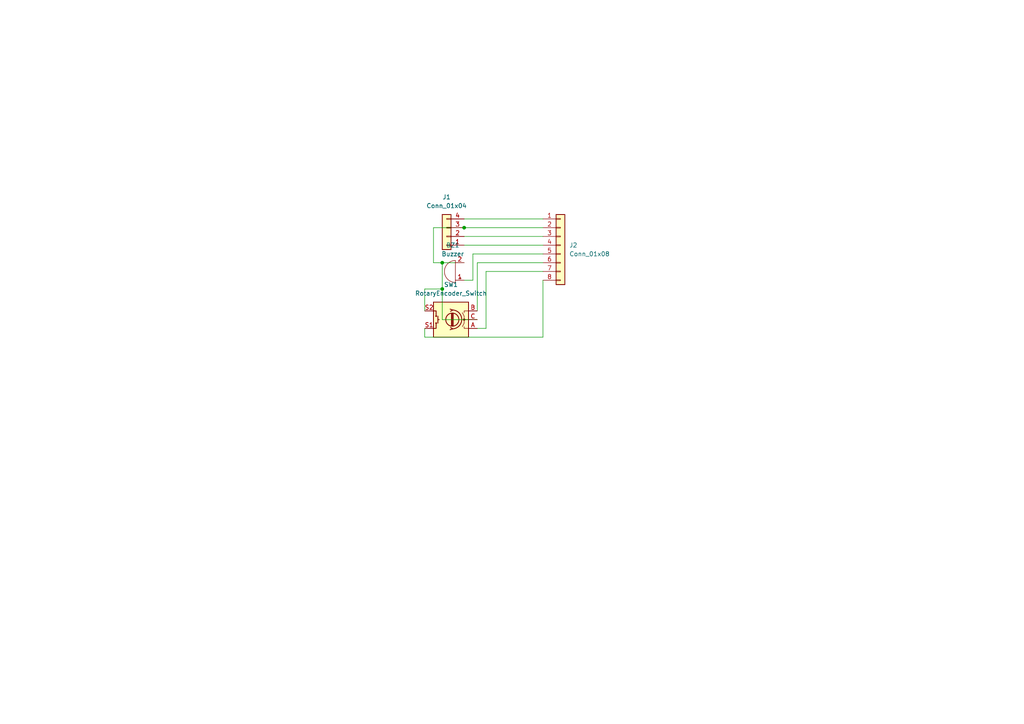
<source format=kicad_sch>
(kicad_sch
	(version 20250114)
	(generator "eeschema")
	(generator_version "9.0")
	(uuid "0feee788-ffea-4034-9d35-0a03a58d90b0")
	(paper "A4")
	(lib_symbols
		(symbol "Connector_Generic:Conn_01x04"
			(pin_names
				(offset 1.016)
				(hide yes)
			)
			(exclude_from_sim no)
			(in_bom yes)
			(on_board yes)
			(property "Reference" "J"
				(at 0 5.08 0)
				(effects
					(font
						(size 1.27 1.27)
					)
				)
			)
			(property "Value" "Conn_01x04"
				(at 0 -7.62 0)
				(effects
					(font
						(size 1.27 1.27)
					)
				)
			)
			(property "Footprint" ""
				(at 0 0 0)
				(effects
					(font
						(size 1.27 1.27)
					)
					(hide yes)
				)
			)
			(property "Datasheet" "~"
				(at 0 0 0)
				(effects
					(font
						(size 1.27 1.27)
					)
					(hide yes)
				)
			)
			(property "Description" "Generic connector, single row, 01x04, script generated (kicad-library-utils/schlib/autogen/connector/)"
				(at 0 0 0)
				(effects
					(font
						(size 1.27 1.27)
					)
					(hide yes)
				)
			)
			(property "ki_keywords" "connector"
				(at 0 0 0)
				(effects
					(font
						(size 1.27 1.27)
					)
					(hide yes)
				)
			)
			(property "ki_fp_filters" "Connector*:*_1x??_*"
				(at 0 0 0)
				(effects
					(font
						(size 1.27 1.27)
					)
					(hide yes)
				)
			)
			(symbol "Conn_01x04_1_1"
				(rectangle
					(start -1.27 3.81)
					(end 1.27 -6.35)
					(stroke
						(width 0.254)
						(type default)
					)
					(fill
						(type background)
					)
				)
				(rectangle
					(start -1.27 2.667)
					(end 0 2.413)
					(stroke
						(width 0.1524)
						(type default)
					)
					(fill
						(type none)
					)
				)
				(rectangle
					(start -1.27 0.127)
					(end 0 -0.127)
					(stroke
						(width 0.1524)
						(type default)
					)
					(fill
						(type none)
					)
				)
				(rectangle
					(start -1.27 -2.413)
					(end 0 -2.667)
					(stroke
						(width 0.1524)
						(type default)
					)
					(fill
						(type none)
					)
				)
				(rectangle
					(start -1.27 -4.953)
					(end 0 -5.207)
					(stroke
						(width 0.1524)
						(type default)
					)
					(fill
						(type none)
					)
				)
				(pin passive line
					(at -5.08 2.54 0)
					(length 3.81)
					(name "Pin_1"
						(effects
							(font
								(size 1.27 1.27)
							)
						)
					)
					(number "1"
						(effects
							(font
								(size 1.27 1.27)
							)
						)
					)
				)
				(pin passive line
					(at -5.08 0 0)
					(length 3.81)
					(name "Pin_2"
						(effects
							(font
								(size 1.27 1.27)
							)
						)
					)
					(number "2"
						(effects
							(font
								(size 1.27 1.27)
							)
						)
					)
				)
				(pin passive line
					(at -5.08 -2.54 0)
					(length 3.81)
					(name "Pin_3"
						(effects
							(font
								(size 1.27 1.27)
							)
						)
					)
					(number "3"
						(effects
							(font
								(size 1.27 1.27)
							)
						)
					)
				)
				(pin passive line
					(at -5.08 -5.08 0)
					(length 3.81)
					(name "Pin_4"
						(effects
							(font
								(size 1.27 1.27)
							)
						)
					)
					(number "4"
						(effects
							(font
								(size 1.27 1.27)
							)
						)
					)
				)
			)
			(embedded_fonts no)
		)
		(symbol "Connector_Generic:Conn_01x08"
			(pin_names
				(offset 1.016)
				(hide yes)
			)
			(exclude_from_sim no)
			(in_bom yes)
			(on_board yes)
			(property "Reference" "J"
				(at 0 10.16 0)
				(effects
					(font
						(size 1.27 1.27)
					)
				)
			)
			(property "Value" "Conn_01x08"
				(at 0 -12.7 0)
				(effects
					(font
						(size 1.27 1.27)
					)
				)
			)
			(property "Footprint" ""
				(at 0 0 0)
				(effects
					(font
						(size 1.27 1.27)
					)
					(hide yes)
				)
			)
			(property "Datasheet" "~"
				(at 0 0 0)
				(effects
					(font
						(size 1.27 1.27)
					)
					(hide yes)
				)
			)
			(property "Description" "Generic connector, single row, 01x08, script generated (kicad-library-utils/schlib/autogen/connector/)"
				(at 0 0 0)
				(effects
					(font
						(size 1.27 1.27)
					)
					(hide yes)
				)
			)
			(property "ki_keywords" "connector"
				(at 0 0 0)
				(effects
					(font
						(size 1.27 1.27)
					)
					(hide yes)
				)
			)
			(property "ki_fp_filters" "Connector*:*_1x??_*"
				(at 0 0 0)
				(effects
					(font
						(size 1.27 1.27)
					)
					(hide yes)
				)
			)
			(symbol "Conn_01x08_1_1"
				(rectangle
					(start -1.27 8.89)
					(end 1.27 -11.43)
					(stroke
						(width 0.254)
						(type default)
					)
					(fill
						(type background)
					)
				)
				(rectangle
					(start -1.27 7.747)
					(end 0 7.493)
					(stroke
						(width 0.1524)
						(type default)
					)
					(fill
						(type none)
					)
				)
				(rectangle
					(start -1.27 5.207)
					(end 0 4.953)
					(stroke
						(width 0.1524)
						(type default)
					)
					(fill
						(type none)
					)
				)
				(rectangle
					(start -1.27 2.667)
					(end 0 2.413)
					(stroke
						(width 0.1524)
						(type default)
					)
					(fill
						(type none)
					)
				)
				(rectangle
					(start -1.27 0.127)
					(end 0 -0.127)
					(stroke
						(width 0.1524)
						(type default)
					)
					(fill
						(type none)
					)
				)
				(rectangle
					(start -1.27 -2.413)
					(end 0 -2.667)
					(stroke
						(width 0.1524)
						(type default)
					)
					(fill
						(type none)
					)
				)
				(rectangle
					(start -1.27 -4.953)
					(end 0 -5.207)
					(stroke
						(width 0.1524)
						(type default)
					)
					(fill
						(type none)
					)
				)
				(rectangle
					(start -1.27 -7.493)
					(end 0 -7.747)
					(stroke
						(width 0.1524)
						(type default)
					)
					(fill
						(type none)
					)
				)
				(rectangle
					(start -1.27 -10.033)
					(end 0 -10.287)
					(stroke
						(width 0.1524)
						(type default)
					)
					(fill
						(type none)
					)
				)
				(pin passive line
					(at -5.08 7.62 0)
					(length 3.81)
					(name "Pin_1"
						(effects
							(font
								(size 1.27 1.27)
							)
						)
					)
					(number "1"
						(effects
							(font
								(size 1.27 1.27)
							)
						)
					)
				)
				(pin passive line
					(at -5.08 5.08 0)
					(length 3.81)
					(name "Pin_2"
						(effects
							(font
								(size 1.27 1.27)
							)
						)
					)
					(number "2"
						(effects
							(font
								(size 1.27 1.27)
							)
						)
					)
				)
				(pin passive line
					(at -5.08 2.54 0)
					(length 3.81)
					(name "Pin_3"
						(effects
							(font
								(size 1.27 1.27)
							)
						)
					)
					(number "3"
						(effects
							(font
								(size 1.27 1.27)
							)
						)
					)
				)
				(pin passive line
					(at -5.08 0 0)
					(length 3.81)
					(name "Pin_4"
						(effects
							(font
								(size 1.27 1.27)
							)
						)
					)
					(number "4"
						(effects
							(font
								(size 1.27 1.27)
							)
						)
					)
				)
				(pin passive line
					(at -5.08 -2.54 0)
					(length 3.81)
					(name "Pin_5"
						(effects
							(font
								(size 1.27 1.27)
							)
						)
					)
					(number "5"
						(effects
							(font
								(size 1.27 1.27)
							)
						)
					)
				)
				(pin passive line
					(at -5.08 -5.08 0)
					(length 3.81)
					(name "Pin_6"
						(effects
							(font
								(size 1.27 1.27)
							)
						)
					)
					(number "6"
						(effects
							(font
								(size 1.27 1.27)
							)
						)
					)
				)
				(pin passive line
					(at -5.08 -7.62 0)
					(length 3.81)
					(name "Pin_7"
						(effects
							(font
								(size 1.27 1.27)
							)
						)
					)
					(number "7"
						(effects
							(font
								(size 1.27 1.27)
							)
						)
					)
				)
				(pin passive line
					(at -5.08 -10.16 0)
					(length 3.81)
					(name "Pin_8"
						(effects
							(font
								(size 1.27 1.27)
							)
						)
					)
					(number "8"
						(effects
							(font
								(size 1.27 1.27)
							)
						)
					)
				)
			)
			(embedded_fonts no)
		)
		(symbol "Device:Buzzer"
			(pin_names
				(offset 0.0254)
				(hide yes)
			)
			(exclude_from_sim no)
			(in_bom yes)
			(on_board yes)
			(property "Reference" "BZ"
				(at 3.81 1.27 0)
				(effects
					(font
						(size 1.27 1.27)
					)
					(justify left)
				)
			)
			(property "Value" "Buzzer"
				(at 3.81 -1.27 0)
				(effects
					(font
						(size 1.27 1.27)
					)
					(justify left)
				)
			)
			(property "Footprint" ""
				(at -0.635 2.54 90)
				(effects
					(font
						(size 1.27 1.27)
					)
					(hide yes)
				)
			)
			(property "Datasheet" "~"
				(at -0.635 2.54 90)
				(effects
					(font
						(size 1.27 1.27)
					)
					(hide yes)
				)
			)
			(property "Description" "Buzzer, polarized"
				(at 0 0 0)
				(effects
					(font
						(size 1.27 1.27)
					)
					(hide yes)
				)
			)
			(property "ki_keywords" "quartz resonator ceramic"
				(at 0 0 0)
				(effects
					(font
						(size 1.27 1.27)
					)
					(hide yes)
				)
			)
			(property "ki_fp_filters" "*Buzzer*"
				(at 0 0 0)
				(effects
					(font
						(size 1.27 1.27)
					)
					(hide yes)
				)
			)
			(symbol "Buzzer_0_1"
				(polyline
					(pts
						(xy -1.651 1.905) (xy -1.143 1.905)
					)
					(stroke
						(width 0)
						(type default)
					)
					(fill
						(type none)
					)
				)
				(polyline
					(pts
						(xy -1.397 2.159) (xy -1.397 1.651)
					)
					(stroke
						(width 0)
						(type default)
					)
					(fill
						(type none)
					)
				)
				(arc
					(start 0 3.175)
					(mid 3.1612 0)
					(end 0 -3.175)
					(stroke
						(width 0)
						(type default)
					)
					(fill
						(type none)
					)
				)
				(polyline
					(pts
						(xy 0 3.175) (xy 0 -3.175)
					)
					(stroke
						(width 0)
						(type default)
					)
					(fill
						(type none)
					)
				)
			)
			(symbol "Buzzer_1_1"
				(pin passive line
					(at -2.54 2.54 0)
					(length 2.54)
					(name "+"
						(effects
							(font
								(size 1.27 1.27)
							)
						)
					)
					(number "1"
						(effects
							(font
								(size 1.27 1.27)
							)
						)
					)
				)
				(pin passive line
					(at -2.54 -2.54 0)
					(length 2.54)
					(name "-"
						(effects
							(font
								(size 1.27 1.27)
							)
						)
					)
					(number "2"
						(effects
							(font
								(size 1.27 1.27)
							)
						)
					)
				)
			)
			(embedded_fonts no)
		)
		(symbol "Device:RotaryEncoder_Switch"
			(pin_names
				(offset 0.254)
				(hide yes)
			)
			(exclude_from_sim no)
			(in_bom yes)
			(on_board yes)
			(property "Reference" "SW"
				(at 0 6.604 0)
				(effects
					(font
						(size 1.27 1.27)
					)
				)
			)
			(property "Value" "RotaryEncoder_Switch"
				(at 0 -6.604 0)
				(effects
					(font
						(size 1.27 1.27)
					)
				)
			)
			(property "Footprint" ""
				(at -3.81 4.064 0)
				(effects
					(font
						(size 1.27 1.27)
					)
					(hide yes)
				)
			)
			(property "Datasheet" "~"
				(at 0 6.604 0)
				(effects
					(font
						(size 1.27 1.27)
					)
					(hide yes)
				)
			)
			(property "Description" "Rotary encoder, dual channel, incremental quadrate outputs, with switch"
				(at 0 0 0)
				(effects
					(font
						(size 1.27 1.27)
					)
					(hide yes)
				)
			)
			(property "ki_keywords" "rotary switch encoder switch push button"
				(at 0 0 0)
				(effects
					(font
						(size 1.27 1.27)
					)
					(hide yes)
				)
			)
			(property "ki_fp_filters" "RotaryEncoder*Switch*"
				(at 0 0 0)
				(effects
					(font
						(size 1.27 1.27)
					)
					(hide yes)
				)
			)
			(symbol "RotaryEncoder_Switch_0_1"
				(rectangle
					(start -5.08 5.08)
					(end 5.08 -5.08)
					(stroke
						(width 0.254)
						(type default)
					)
					(fill
						(type background)
					)
				)
				(polyline
					(pts
						(xy -5.08 2.54) (xy -3.81 2.54) (xy -3.81 2.032)
					)
					(stroke
						(width 0)
						(type default)
					)
					(fill
						(type none)
					)
				)
				(polyline
					(pts
						(xy -5.08 0) (xy -3.81 0) (xy -3.81 -1.016) (xy -3.302 -2.032)
					)
					(stroke
						(width 0)
						(type default)
					)
					(fill
						(type none)
					)
				)
				(polyline
					(pts
						(xy -5.08 -2.54) (xy -3.81 -2.54) (xy -3.81 -2.032)
					)
					(stroke
						(width 0)
						(type default)
					)
					(fill
						(type none)
					)
				)
				(polyline
					(pts
						(xy -4.318 0) (xy -3.81 0) (xy -3.81 1.016) (xy -3.302 2.032)
					)
					(stroke
						(width 0)
						(type default)
					)
					(fill
						(type none)
					)
				)
				(circle
					(center -3.81 0)
					(radius 0.254)
					(stroke
						(width 0)
						(type default)
					)
					(fill
						(type outline)
					)
				)
				(polyline
					(pts
						(xy -0.635 -1.778) (xy -0.635 1.778)
					)
					(stroke
						(width 0.254)
						(type default)
					)
					(fill
						(type none)
					)
				)
				(circle
					(center -0.381 0)
					(radius 1.905)
					(stroke
						(width 0.254)
						(type default)
					)
					(fill
						(type none)
					)
				)
				(polyline
					(pts
						(xy -0.381 -1.778) (xy -0.381 1.778)
					)
					(stroke
						(width 0.254)
						(type default)
					)
					(fill
						(type none)
					)
				)
				(arc
					(start -0.381 -2.794)
					(mid -3.0988 -0.0635)
					(end -0.381 2.667)
					(stroke
						(width 0.254)
						(type default)
					)
					(fill
						(type none)
					)
				)
				(polyline
					(pts
						(xy -0.127 1.778) (xy -0.127 -1.778)
					)
					(stroke
						(width 0.254)
						(type default)
					)
					(fill
						(type none)
					)
				)
				(polyline
					(pts
						(xy 0.254 2.921) (xy -0.508 2.667) (xy 0.127 2.286)
					)
					(stroke
						(width 0.254)
						(type default)
					)
					(fill
						(type none)
					)
				)
				(polyline
					(pts
						(xy 0.254 -3.048) (xy -0.508 -2.794) (xy 0.127 -2.413)
					)
					(stroke
						(width 0.254)
						(type default)
					)
					(fill
						(type none)
					)
				)
				(polyline
					(pts
						(xy 3.81 1.016) (xy 3.81 -1.016)
					)
					(stroke
						(width 0.254)
						(type default)
					)
					(fill
						(type none)
					)
				)
				(polyline
					(pts
						(xy 3.81 0) (xy 3.429 0)
					)
					(stroke
						(width 0.254)
						(type default)
					)
					(fill
						(type none)
					)
				)
				(circle
					(center 4.318 1.016)
					(radius 0.127)
					(stroke
						(width 0.254)
						(type default)
					)
					(fill
						(type none)
					)
				)
				(circle
					(center 4.318 -1.016)
					(radius 0.127)
					(stroke
						(width 0.254)
						(type default)
					)
					(fill
						(type none)
					)
				)
				(polyline
					(pts
						(xy 5.08 2.54) (xy 4.318 2.54) (xy 4.318 1.016)
					)
					(stroke
						(width 0.254)
						(type default)
					)
					(fill
						(type none)
					)
				)
				(polyline
					(pts
						(xy 5.08 -2.54) (xy 4.318 -2.54) (xy 4.318 -1.016)
					)
					(stroke
						(width 0.254)
						(type default)
					)
					(fill
						(type none)
					)
				)
			)
			(symbol "RotaryEncoder_Switch_1_1"
				(pin passive line
					(at -7.62 2.54 0)
					(length 2.54)
					(name "A"
						(effects
							(font
								(size 1.27 1.27)
							)
						)
					)
					(number "A"
						(effects
							(font
								(size 1.27 1.27)
							)
						)
					)
				)
				(pin passive line
					(at -7.62 0 0)
					(length 2.54)
					(name "C"
						(effects
							(font
								(size 1.27 1.27)
							)
						)
					)
					(number "C"
						(effects
							(font
								(size 1.27 1.27)
							)
						)
					)
				)
				(pin passive line
					(at -7.62 -2.54 0)
					(length 2.54)
					(name "B"
						(effects
							(font
								(size 1.27 1.27)
							)
						)
					)
					(number "B"
						(effects
							(font
								(size 1.27 1.27)
							)
						)
					)
				)
				(pin passive line
					(at 7.62 2.54 180)
					(length 2.54)
					(name "S1"
						(effects
							(font
								(size 1.27 1.27)
							)
						)
					)
					(number "S1"
						(effects
							(font
								(size 1.27 1.27)
							)
						)
					)
				)
				(pin passive line
					(at 7.62 -2.54 180)
					(length 2.54)
					(name "S2"
						(effects
							(font
								(size 1.27 1.27)
							)
						)
					)
					(number "S2"
						(effects
							(font
								(size 1.27 1.27)
							)
						)
					)
				)
			)
			(embedded_fonts no)
		)
	)
	(junction
		(at 128.27 76.2)
		(diameter 0)
		(color 0 0 0 0)
		(uuid "8f0e105e-f633-43dc-942c-6b5714555e47")
	)
	(junction
		(at 128.27 83.82)
		(diameter 0)
		(color 0 0 0 0)
		(uuid "9c0c5560-2a58-4e15-b0d6-3f25f759eb4c")
	)
	(junction
		(at 134.62 66.04)
		(diameter 0)
		(color 0 0 0 0)
		(uuid "d6309257-8bdc-4a4e-b1d6-07f889693e67")
	)
	(wire
		(pts
			(xy 128.27 76.2) (xy 128.27 83.82)
		)
		(stroke
			(width 0)
			(type default)
		)
		(uuid "10631026-d83c-4b21-a29e-3f5e3e6e24f8")
	)
	(wire
		(pts
			(xy 138.43 92.71) (xy 128.27 92.71)
		)
		(stroke
			(width 0)
			(type default)
		)
		(uuid "2a15e125-1d22-4258-b292-66c2276ff10f")
	)
	(wire
		(pts
			(xy 138.43 95.25) (xy 140.97 95.25)
		)
		(stroke
			(width 0)
			(type default)
		)
		(uuid "2d67a7ef-1b35-475e-86f7-8bd79014fde3")
	)
	(wire
		(pts
			(xy 123.19 97.79) (xy 157.48 97.79)
		)
		(stroke
			(width 0)
			(type default)
		)
		(uuid "2dc1bdf3-b594-4840-9711-ba02b72f0de2")
	)
	(wire
		(pts
			(xy 134.62 76.2) (xy 128.27 76.2)
		)
		(stroke
			(width 0)
			(type default)
		)
		(uuid "3710ad65-8de8-476f-ab7b-7ed22cc440f6")
	)
	(wire
		(pts
			(xy 134.62 66.04) (xy 157.48 66.04)
		)
		(stroke
			(width 0)
			(type default)
		)
		(uuid "64faec90-727d-4803-9f2d-29c2fff33ff3")
	)
	(wire
		(pts
			(xy 140.97 78.74) (xy 157.48 78.74)
		)
		(stroke
			(width 0)
			(type default)
		)
		(uuid "6be057d4-3409-407a-ada0-4dd732c9c16b")
	)
	(wire
		(pts
			(xy 128.27 83.82) (xy 128.27 92.71)
		)
		(stroke
			(width 0)
			(type default)
		)
		(uuid "6db05c83-9907-427b-9794-e3909b642546")
	)
	(wire
		(pts
			(xy 134.62 63.5) (xy 157.48 63.5)
		)
		(stroke
			(width 0)
			(type default)
		)
		(uuid "7743ef72-e1ee-4d26-b012-1fcf20758899")
	)
	(wire
		(pts
			(xy 140.97 95.25) (xy 140.97 78.74)
		)
		(stroke
			(width 0)
			(type default)
		)
		(uuid "797a7066-2f39-44d4-abd6-e27aaf0a1411")
	)
	(wire
		(pts
			(xy 123.19 95.25) (xy 123.19 97.79)
		)
		(stroke
			(width 0)
			(type default)
		)
		(uuid "986cdcd0-7dec-4894-8abe-0ab5f9b63969")
	)
	(wire
		(pts
			(xy 138.43 76.2) (xy 157.48 76.2)
		)
		(stroke
			(width 0)
			(type default)
		)
		(uuid "a06f926f-cd8b-4e58-baa1-9cf4744effa5")
	)
	(wire
		(pts
			(xy 134.62 68.58) (xy 157.48 68.58)
		)
		(stroke
			(width 0)
			(type default)
		)
		(uuid "afb8eb20-8a41-4da8-b8cd-a4bac3ba15bd")
	)
	(wire
		(pts
			(xy 137.16 81.28) (xy 137.16 73.66)
		)
		(stroke
			(width 0)
			(type default)
		)
		(uuid "b0380950-c9f1-4699-9c32-01fc4eb61109")
	)
	(wire
		(pts
			(xy 128.27 76.2) (xy 125.73 76.2)
		)
		(stroke
			(width 0)
			(type default)
		)
		(uuid "c471b627-6da7-4a7a-93f4-11693f51ba15")
	)
	(wire
		(pts
			(xy 137.16 73.66) (xy 157.48 73.66)
		)
		(stroke
			(width 0)
			(type default)
		)
		(uuid "d6430e0b-f7c1-40ff-a742-2ff8c397391b")
	)
	(wire
		(pts
			(xy 138.43 90.17) (xy 138.43 76.2)
		)
		(stroke
			(width 0)
			(type default)
		)
		(uuid "da319317-3d87-435d-83d8-fb59782a44d1")
	)
	(wire
		(pts
			(xy 123.19 83.82) (xy 128.27 83.82)
		)
		(stroke
			(width 0)
			(type default)
		)
		(uuid "df1e4a38-634c-475f-9caf-95720b689507")
	)
	(wire
		(pts
			(xy 125.73 76.2) (xy 125.73 66.04)
		)
		(stroke
			(width 0)
			(type default)
		)
		(uuid "dfcc3102-7d53-464d-a5b3-6bed319255a8")
	)
	(wire
		(pts
			(xy 123.19 90.17) (xy 123.19 83.82)
		)
		(stroke
			(width 0)
			(type default)
		)
		(uuid "f00b4c85-4634-4493-8fc8-03064ebf945b")
	)
	(wire
		(pts
			(xy 134.62 71.12) (xy 157.48 71.12)
		)
		(stroke
			(width 0)
			(type default)
		)
		(uuid "f5caf5ad-9cb3-4c42-8fa6-bcf1c109471d")
	)
	(wire
		(pts
			(xy 157.48 97.79) (xy 157.48 81.28)
		)
		(stroke
			(width 0)
			(type default)
		)
		(uuid "f60c6324-6ab7-464a-90ea-38aedacdcade")
	)
	(wire
		(pts
			(xy 125.73 66.04) (xy 134.62 66.04)
		)
		(stroke
			(width 0)
			(type default)
		)
		(uuid "f6983f55-8d15-469c-92c5-6abcc4622af0")
	)
	(wire
		(pts
			(xy 134.62 81.28) (xy 137.16 81.28)
		)
		(stroke
			(width 0)
			(type default)
		)
		(uuid "ff89759b-dc25-4a12-9749-96495995e7bb")
	)
	(symbol
		(lib_id "Connector_Generic:Conn_01x08")
		(at 162.56 71.12 0)
		(unit 1)
		(exclude_from_sim no)
		(in_bom yes)
		(on_board yes)
		(dnp no)
		(fields_autoplaced yes)
		(uuid "3fe7f298-fcd0-41c4-a134-61e42243017f")
		(property "Reference" "J2"
			(at 165.1 71.1199 0)
			(effects
				(font
					(size 1.27 1.27)
				)
				(justify left)
			)
		)
		(property "Value" "Conn_01x08"
			(at 165.1 73.6599 0)
			(effects
				(font
					(size 1.27 1.27)
				)
				(justify left)
			)
		)
		(property "Footprint" "Connector_PinSocket_2.54mm:PinSocket_1x08_P2.54mm_Vertical"
			(at 162.56 71.12 0)
			(effects
				(font
					(size 1.27 1.27)
				)
				(hide yes)
			)
		)
		(property "Datasheet" "~"
			(at 162.56 71.12 0)
			(effects
				(font
					(size 1.27 1.27)
				)
				(hide yes)
			)
		)
		(property "Description" "Generic connector, single row, 01x08, script generated (kicad-library-utils/schlib/autogen/connector/)"
			(at 162.56 71.12 0)
			(effects
				(font
					(size 1.27 1.27)
				)
				(hide yes)
			)
		)
		(pin "5"
			(uuid "b718b161-034e-4f83-8e67-8555455f9ea2")
		)
		(pin "1"
			(uuid "bc54e8a2-4879-4b25-9e24-d4687ec154ba")
		)
		(pin "6"
			(uuid "4028a8fb-594a-4c40-aa53-b954389feb15")
		)
		(pin "2"
			(uuid "4be9e26f-21b1-4688-82c0-a2023c0f77f1")
		)
		(pin "4"
			(uuid "5ee03424-64df-4b69-a349-23d40d6cbea3")
		)
		(pin "8"
			(uuid "2f588d9b-5a4f-487c-a965-3bf8d74918aa")
		)
		(pin "3"
			(uuid "88697ca2-8234-468b-beb2-b634d88ba59f")
		)
		(pin "7"
			(uuid "ed4a75d5-b05b-48f9-a2bf-ab1df4165d94")
		)
		(instances
			(project ""
				(path "/0feee788-ffea-4034-9d35-0a03a58d90b0"
					(reference "J2")
					(unit 1)
				)
			)
		)
	)
	(symbol
		(lib_id "Device:Buzzer")
		(at 132.08 78.74 180)
		(unit 1)
		(exclude_from_sim no)
		(in_bom yes)
		(on_board yes)
		(dnp no)
		(fields_autoplaced yes)
		(uuid "7f79b5ea-afe1-4a0d-b5ed-dcee052b61d0")
		(property "Reference" "BZ1"
			(at 131.3249 71.12 0)
			(effects
				(font
					(size 1.27 1.27)
				)
			)
		)
		(property "Value" "Buzzer"
			(at 131.3249 73.66 0)
			(effects
				(font
					(size 1.27 1.27)
				)
			)
		)
		(property "Footprint" "Buzzer_Beeper:Buzzer_12x9.5RM7.6"
			(at 132.715 81.28 90)
			(effects
				(font
					(size 1.27 1.27)
				)
				(hide yes)
			)
		)
		(property "Datasheet" "~"
			(at 132.715 81.28 90)
			(effects
				(font
					(size 1.27 1.27)
				)
				(hide yes)
			)
		)
		(property "Description" "Buzzer, polarized"
			(at 132.08 78.74 0)
			(effects
				(font
					(size 1.27 1.27)
				)
				(hide yes)
			)
		)
		(pin "1"
			(uuid "2b354d16-ce65-484f-beb4-39fdecf8170f")
		)
		(pin "2"
			(uuid "ed991f27-ebd2-4fd0-80f2-58e3c349eb2a")
		)
		(instances
			(project ""
				(path "/0feee788-ffea-4034-9d35-0a03a58d90b0"
					(reference "BZ1")
					(unit 1)
				)
			)
		)
	)
	(symbol
		(lib_id "Connector_Generic:Conn_01x04")
		(at 129.54 68.58 180)
		(unit 1)
		(exclude_from_sim no)
		(in_bom yes)
		(on_board yes)
		(dnp no)
		(fields_autoplaced yes)
		(uuid "c9a13ec6-29d5-45ea-90af-d8569df463bc")
		(property "Reference" "J1"
			(at 129.54 57.15 0)
			(effects
				(font
					(size 1.27 1.27)
				)
			)
		)
		(property "Value" "Conn_01x04"
			(at 129.54 59.69 0)
			(effects
				(font
					(size 1.27 1.27)
				)
			)
		)
		(property "Footprint" "Connector_PinSocket_2.54mm:PinSocket_1x04_P2.54mm_Vertical"
			(at 129.54 68.58 0)
			(effects
				(font
					(size 1.27 1.27)
				)
				(hide yes)
			)
		)
		(property "Datasheet" "~"
			(at 129.54 68.58 0)
			(effects
				(font
					(size 1.27 1.27)
				)
				(hide yes)
			)
		)
		(property "Description" "Generic connector, single row, 01x04, script generated (kicad-library-utils/schlib/autogen/connector/)"
			(at 129.54 68.58 0)
			(effects
				(font
					(size 1.27 1.27)
				)
				(hide yes)
			)
		)
		(pin "1"
			(uuid "5eecb6dd-dda7-4003-8917-c2458dc39446")
		)
		(pin "3"
			(uuid "cea4b705-95b3-408a-a4be-3d26ada94fff")
		)
		(pin "4"
			(uuid "33253513-452d-444f-b64b-cf467654b290")
		)
		(pin "2"
			(uuid "7f412f4b-4e5a-4cde-a1ff-2c41a8ed4940")
		)
		(instances
			(project ""
				(path "/0feee788-ffea-4034-9d35-0a03a58d90b0"
					(reference "J1")
					(unit 1)
				)
			)
		)
	)
	(symbol
		(lib_id "Device:RotaryEncoder_Switch")
		(at 130.81 92.71 180)
		(unit 1)
		(exclude_from_sim no)
		(in_bom yes)
		(on_board yes)
		(dnp no)
		(fields_autoplaced yes)
		(uuid "ccdd7af8-d042-44d4-82b9-b6a11d6a0294")
		(property "Reference" "SW1"
			(at 130.81 82.55 0)
			(effects
				(font
					(size 1.27 1.27)
				)
			)
		)
		(property "Value" "RotaryEncoder_Switch"
			(at 130.81 85.09 0)
			(effects
				(font
					(size 1.27 1.27)
				)
			)
		)
		(property "Footprint" "Rotary_Encoder:RotaryEncoder_Alps_EC11E-Switch_Vertical_H20mm"
			(at 134.62 96.774 0)
			(effects
				(font
					(size 1.27 1.27)
				)
				(hide yes)
			)
		)
		(property "Datasheet" "~"
			(at 130.81 99.314 0)
			(effects
				(font
					(size 1.27 1.27)
				)
				(hide yes)
			)
		)
		(property "Description" "Rotary encoder, dual channel, incremental quadrate outputs, with switch"
			(at 130.81 92.71 0)
			(effects
				(font
					(size 1.27 1.27)
				)
				(hide yes)
			)
		)
		(pin "C"
			(uuid "ff209c6f-5839-4129-ad53-adb539b1f881")
		)
		(pin "S1"
			(uuid "2240e6f5-dcbb-4ef6-8a40-aa1ea536a8e6")
		)
		(pin "B"
			(uuid "941b3e1e-043d-42ab-a6d0-d3f097282a90")
		)
		(pin "S2"
			(uuid "8aee2e40-d182-41be-bcd4-d8e5e25d20dd")
		)
		(pin "A"
			(uuid "04d6f2e0-d8ef-49a5-91e1-1b00e64ee924")
		)
		(instances
			(project ""
				(path "/0feee788-ffea-4034-9d35-0a03a58d90b0"
					(reference "SW1")
					(unit 1)
				)
			)
		)
	)
	(sheet_instances
		(path "/"
			(page "1")
		)
	)
	(embedded_fonts no)
)

</source>
